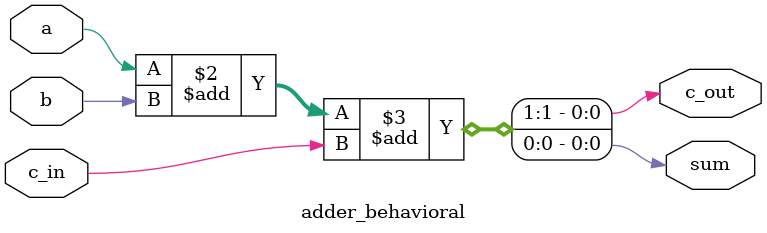
<source format=v>
module adder_behavioral(sum, c_out, a,b,c_in);
   output sum;
   output c_out;

   input a;
   input b;
   input c_in;

   // Type declaration (wire is implicit)
   reg sum;
   reg c_out;

   always @( a or b or c_in)
      begin
	{c_out,sum} = a + b + c_in; 
      end


endmodule //adder

</source>
